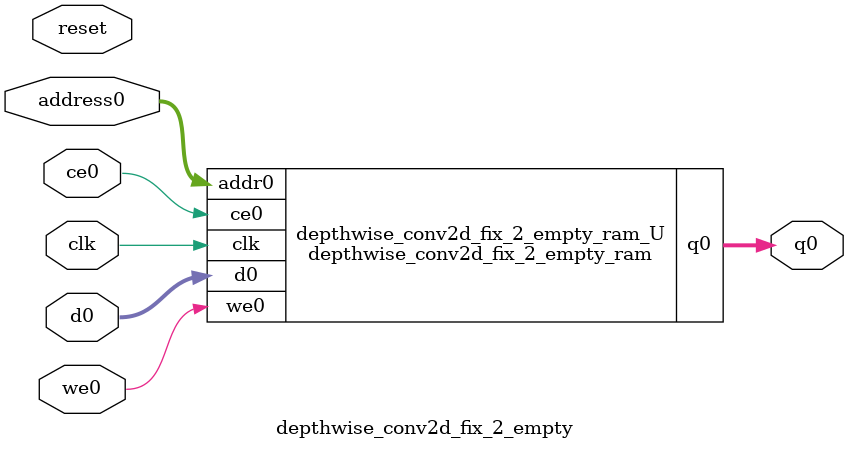
<source format=v>
`timescale 1 ns / 1 ps
module depthwise_conv2d_fix_2_empty_ram (addr0, ce0, d0, we0, q0,  clk);

parameter DWIDTH = 16;
parameter AWIDTH = 4;
parameter MEM_SIZE = 9;

input[AWIDTH-1:0] addr0;
input ce0;
input[DWIDTH-1:0] d0;
input we0;
output reg[DWIDTH-1:0] q0;
input clk;

(* ram_style = "distributed" *)reg [DWIDTH-1:0] ram[0:MEM_SIZE-1];




always @(posedge clk)  
begin 
    if (ce0) 
    begin
        if (we0) 
        begin 
            ram[addr0] <= d0; 
        end 
        q0 <= ram[addr0];
    end
end


endmodule

`timescale 1 ns / 1 ps
module depthwise_conv2d_fix_2_empty(
    reset,
    clk,
    address0,
    ce0,
    we0,
    d0,
    q0);

parameter DataWidth = 32'd16;
parameter AddressRange = 32'd9;
parameter AddressWidth = 32'd4;
input reset;
input clk;
input[AddressWidth - 1:0] address0;
input ce0;
input we0;
input[DataWidth - 1:0] d0;
output[DataWidth - 1:0] q0;



depthwise_conv2d_fix_2_empty_ram depthwise_conv2d_fix_2_empty_ram_U(
    .clk( clk ),
    .addr0( address0 ),
    .ce0( ce0 ),
    .we0( we0 ),
    .d0( d0 ),
    .q0( q0 ));

endmodule


</source>
